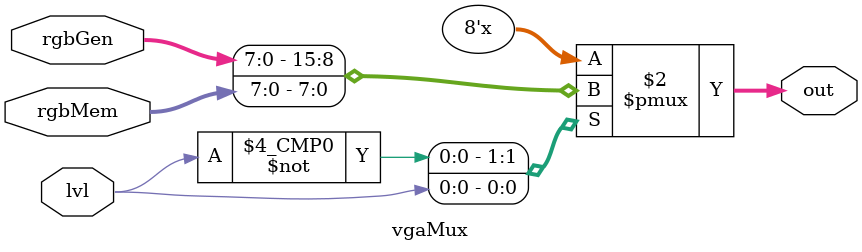
<source format=v>
`timescale 1ns / 1ps


module vgaMux (rgbMem, rgbGen, lvl, out);
	
	input lvl;
	input [7:0] rgbMem, rgbGen;
	output reg[7:0] out;


always @(rgbMem, rgbGen, lvl)
begin
	case (lvl)
	
	1'b0:
		begin
			out = rgbGen;
		end
		
	1'b1:
		begin
			out = rgbMem;
		end
	default: out = rgbGen;
	endcase
end

endmodule
</source>
